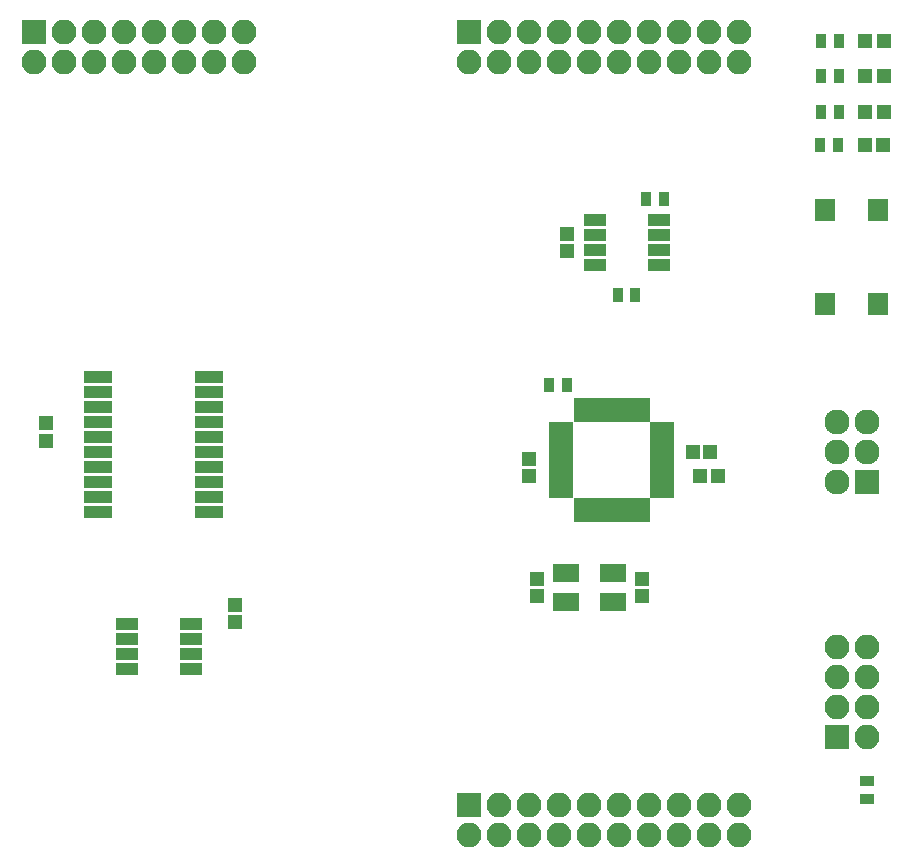
<source format=gts>
G04 #@! TF.FileFunction,Soldermask,Top*
%FSLAX46Y46*%
G04 Gerber Fmt 4.6, Leading zero omitted, Abs format (unit mm)*
G04 Created by KiCad (PCBNEW 4.0.6) date Monday, August 21, 2017 'PMt' 07:13:58 PM*
%MOMM*%
%LPD*%
G01*
G04 APERTURE LIST*
%ADD10C,0.100000*%
%ADD11R,2.000000X0.950000*%
%ADD12R,0.950000X2.000000*%
%ADD13R,0.900000X1.300000*%
%ADD14R,2.100000X2.100000*%
%ADD15O,2.100000X2.100000*%
%ADD16R,2.127200X2.127200*%
%ADD17O,2.127200X2.127200*%
%ADD18R,1.700000X1.950000*%
%ADD19R,1.200000X1.150000*%
%ADD20R,1.150000X1.200000*%
%ADD21R,1.197560X1.197560*%
%ADD22R,1.300000X0.900000*%
%ADD23R,1.950000X1.000000*%
%ADD24R,2.200000X1.600000*%
%ADD25R,1.200000X1.200000*%
%ADD26R,2.350000X1.000000*%
G04 APERTURE END LIST*
D10*
D11*
X163517000Y-91688000D03*
X163517000Y-92488000D03*
X163517000Y-93288000D03*
X163517000Y-94088000D03*
X163517000Y-94888000D03*
X163517000Y-95688000D03*
X163517000Y-96488000D03*
X163517000Y-97288000D03*
D12*
X164967000Y-98738000D03*
X165767000Y-98738000D03*
X166567000Y-98738000D03*
X167367000Y-98738000D03*
X168167000Y-98738000D03*
X168967000Y-98738000D03*
X169767000Y-98738000D03*
X170567000Y-98738000D03*
D11*
X172017000Y-97288000D03*
X172017000Y-96488000D03*
X172017000Y-95688000D03*
X172017000Y-94888000D03*
X172017000Y-94088000D03*
X172017000Y-93288000D03*
X172017000Y-92488000D03*
X172017000Y-91688000D03*
D12*
X170567000Y-90238000D03*
X169767000Y-90238000D03*
X168967000Y-90238000D03*
X168167000Y-90238000D03*
X167367000Y-90238000D03*
X166567000Y-90238000D03*
X165767000Y-90238000D03*
X164967000Y-90238000D03*
D13*
X170700000Y-72390000D03*
X172200000Y-72390000D03*
D14*
X155702000Y-123698000D03*
D15*
X155702000Y-126238000D03*
X158242000Y-123698000D03*
X158242000Y-126238000D03*
X160782000Y-123698000D03*
X160782000Y-126238000D03*
X163322000Y-123698000D03*
X163322000Y-126238000D03*
X165862000Y-123698000D03*
X165862000Y-126238000D03*
X168402000Y-123698000D03*
X168402000Y-126238000D03*
X170942000Y-123698000D03*
X170942000Y-126238000D03*
X173482000Y-123698000D03*
X173482000Y-126238000D03*
X176022000Y-123698000D03*
X176022000Y-126238000D03*
X178562000Y-123698000D03*
X178562000Y-126238000D03*
D14*
X155702000Y-58293000D03*
D15*
X155702000Y-60833000D03*
X158242000Y-58293000D03*
X158242000Y-60833000D03*
X160782000Y-58293000D03*
X160782000Y-60833000D03*
X163322000Y-58293000D03*
X163322000Y-60833000D03*
X165862000Y-58293000D03*
X165862000Y-60833000D03*
X168402000Y-58293000D03*
X168402000Y-60833000D03*
X170942000Y-58293000D03*
X170942000Y-60833000D03*
X173482000Y-58293000D03*
X173482000Y-60833000D03*
X176022000Y-58293000D03*
X176022000Y-60833000D03*
X178562000Y-58293000D03*
X178562000Y-60833000D03*
D16*
X189357000Y-96393000D03*
D17*
X186817000Y-96393000D03*
X189357000Y-93853000D03*
X186817000Y-93853000D03*
X189357000Y-91313000D03*
X186817000Y-91313000D03*
D18*
X185837000Y-81318000D03*
X185837000Y-73368000D03*
X190337000Y-81318000D03*
X190337000Y-73368000D03*
D14*
X186817000Y-117983000D03*
D15*
X189357000Y-117983000D03*
X186817000Y-115443000D03*
X189357000Y-115443000D03*
X186817000Y-112903000D03*
X189357000Y-112903000D03*
X186817000Y-110363000D03*
X189357000Y-110363000D03*
D19*
X176737000Y-95858000D03*
X175237000Y-95858000D03*
D20*
X160782000Y-95873000D03*
X160782000Y-94373000D03*
D19*
X176137000Y-93853000D03*
X174637000Y-93853000D03*
D20*
X163957000Y-76823000D03*
X163957000Y-75323000D03*
X161417000Y-104533000D03*
X161417000Y-106033000D03*
X170307000Y-106033000D03*
X170307000Y-104533000D03*
D21*
X189242700Y-67818000D03*
X190741300Y-67818000D03*
D14*
X118872000Y-58293000D03*
D15*
X118872000Y-60833000D03*
X121412000Y-58293000D03*
X121412000Y-60833000D03*
X123952000Y-58293000D03*
X123952000Y-60833000D03*
X126492000Y-58293000D03*
X126492000Y-60833000D03*
X129032000Y-58293000D03*
X129032000Y-60833000D03*
X131572000Y-58293000D03*
X131572000Y-60833000D03*
X134112000Y-58293000D03*
X134112000Y-60833000D03*
X136652000Y-58293000D03*
X136652000Y-60833000D03*
D13*
X169787000Y-80518000D03*
X168287000Y-80518000D03*
X162457000Y-88138000D03*
X163957000Y-88138000D03*
X185432000Y-67818000D03*
X186932000Y-67818000D03*
D22*
X189357000Y-123178000D03*
X189357000Y-121678000D03*
D23*
X166337000Y-74168000D03*
X166337000Y-75438000D03*
X166337000Y-76708000D03*
X166337000Y-77978000D03*
X171737000Y-77978000D03*
X171737000Y-76708000D03*
X171737000Y-75438000D03*
X171737000Y-74168000D03*
D24*
X163862000Y-106483000D03*
X167862000Y-106483000D03*
X167862000Y-104083000D03*
X163862000Y-104083000D03*
D20*
X135900000Y-106750000D03*
X135900000Y-108250000D03*
X119900000Y-92850000D03*
X119900000Y-91350000D03*
D25*
X189200000Y-65000000D03*
X190800000Y-65000000D03*
X189200000Y-62000000D03*
X190800000Y-62000000D03*
X189200000Y-59000000D03*
X190800000Y-59000000D03*
D26*
X124281200Y-87503000D03*
X124281200Y-88773000D03*
X124281200Y-90043000D03*
X124281200Y-91313000D03*
X124281200Y-92583000D03*
X124281200Y-93853000D03*
X124281200Y-95123000D03*
X124281200Y-96393000D03*
X124281200Y-97663000D03*
X124281200Y-98933000D03*
X133681200Y-98933000D03*
X133681200Y-97663000D03*
X133681200Y-96393000D03*
X133681200Y-95123000D03*
X133681200Y-93853000D03*
X133681200Y-92583000D03*
X133681200Y-91313000D03*
X133681200Y-90043000D03*
X133681200Y-88773000D03*
X133681200Y-87503000D03*
D13*
X185500000Y-65000000D03*
X187000000Y-65000000D03*
X185500000Y-62000000D03*
X187000000Y-62000000D03*
X185500000Y-59000000D03*
X187000000Y-59000000D03*
D23*
X126711400Y-108385800D03*
X126711400Y-109655800D03*
X126711400Y-110925800D03*
X126711400Y-112195800D03*
X132111400Y-112195800D03*
X132111400Y-110925800D03*
X132111400Y-109655800D03*
X132111400Y-108385800D03*
M02*

</source>
